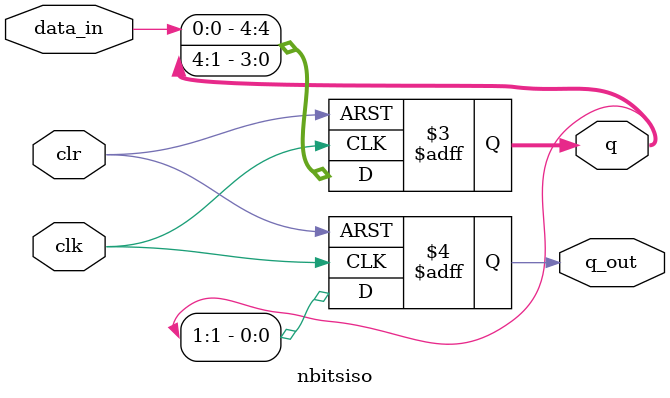
<source format=v>
module nbitsiso #(parameter NBIT = 5)( input clk,
       		                             input clr,
		 input data_in,
		 output reg [NBIT -1 :0] q,
	 	 output reg q_out);
	 
always @(posedge clk or negedge clr)
begin
	if (!clr)
		q = 0;
	else 
	q <= {data_in,q[NBIT -1 :1]};
	q_out <= q[0];
end
endmodule

</source>
